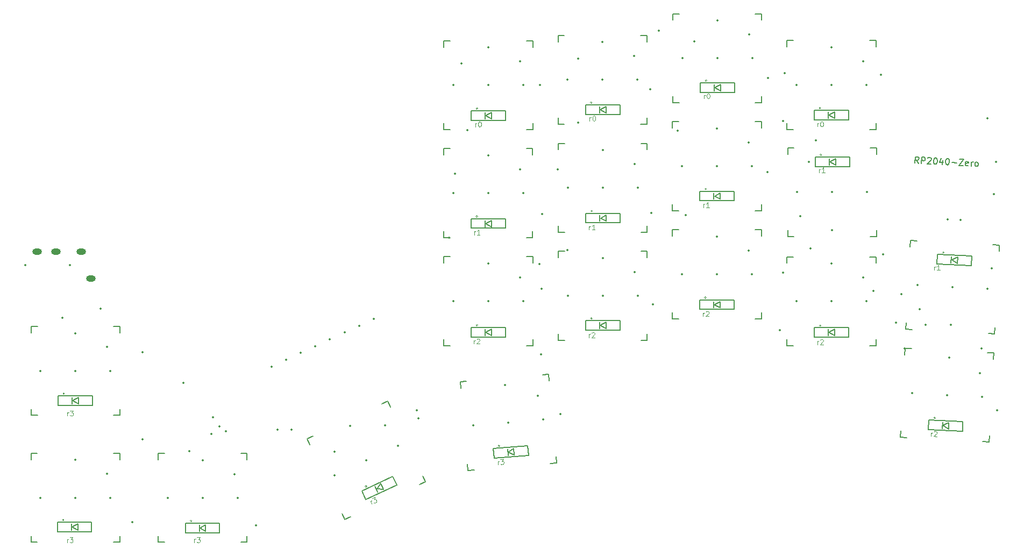
<source format=gbr>
%TF.GenerationSoftware,KiCad,Pcbnew,7.0.7*%
%TF.CreationDate,2024-10-24T22:54:22+09:00*%
%TF.ProjectId,evoroll,65766f72-6f6c-46c2-9e6b-696361645f70,rev?*%
%TF.SameCoordinates,Original*%
%TF.FileFunction,Legend,Top*%
%TF.FilePolarity,Positive*%
%FSLAX46Y46*%
G04 Gerber Fmt 4.6, Leading zero omitted, Abs format (unit mm)*
G04 Created by KiCad (PCBNEW 7.0.7) date 2024-10-24 22:54:22*
%MOMM*%
%LPD*%
G01*
G04 APERTURE LIST*
%ADD10C,0.080000*%
%ADD11C,0.150000*%
%ADD12C,0.100000*%
%ADD13C,0.350000*%
%ADD14O,1.500000X1.000000*%
G04 APERTURE END LIST*
D10*
X105468107Y-75097935D02*
X105468107Y-74564601D01*
X105468107Y-74716982D02*
X105506202Y-74640792D01*
X105506202Y-74640792D02*
X105544297Y-74602697D01*
X105544297Y-74602697D02*
X105620488Y-74564601D01*
X105620488Y-74564601D02*
X105696678Y-74564601D01*
X105925249Y-74374125D02*
X105963345Y-74336030D01*
X105963345Y-74336030D02*
X106039535Y-74297935D01*
X106039535Y-74297935D02*
X106230011Y-74297935D01*
X106230011Y-74297935D02*
X106306202Y-74336030D01*
X106306202Y-74336030D02*
X106344297Y-74374125D01*
X106344297Y-74374125D02*
X106382392Y-74450316D01*
X106382392Y-74450316D02*
X106382392Y-74526506D01*
X106382392Y-74526506D02*
X106344297Y-74640792D01*
X106344297Y-74640792D02*
X105887154Y-75097935D01*
X105887154Y-75097935D02*
X106382392Y-75097935D01*
X123493107Y-54622935D02*
X123493107Y-54089601D01*
X123493107Y-54241982D02*
X123531202Y-54165792D01*
X123531202Y-54165792D02*
X123569297Y-54127697D01*
X123569297Y-54127697D02*
X123645488Y-54089601D01*
X123645488Y-54089601D02*
X123721678Y-54089601D01*
X124407392Y-54622935D02*
X123950249Y-54622935D01*
X124178821Y-54622935D02*
X124178821Y-53822935D01*
X124178821Y-53822935D02*
X124102630Y-53937220D01*
X124102630Y-53937220D02*
X124026440Y-54013411D01*
X124026440Y-54013411D02*
X123950249Y-54051506D01*
X159818107Y-64497935D02*
X159818107Y-63964601D01*
X159818107Y-64116982D02*
X159856202Y-64040792D01*
X159856202Y-64040792D02*
X159894297Y-64002697D01*
X159894297Y-64002697D02*
X159970488Y-63964601D01*
X159970488Y-63964601D02*
X160046678Y-63964601D01*
X160732392Y-64497935D02*
X160275249Y-64497935D01*
X160503821Y-64497935D02*
X160503821Y-63697935D01*
X160503821Y-63697935D02*
X160427630Y-63812220D01*
X160427630Y-63812220D02*
X160351440Y-63888411D01*
X160351440Y-63888411D02*
X160275249Y-63926506D01*
X105593107Y-40972935D02*
X105593107Y-40439601D01*
X105593107Y-40591982D02*
X105631202Y-40515792D01*
X105631202Y-40515792D02*
X105669297Y-40477697D01*
X105669297Y-40477697D02*
X105745488Y-40439601D01*
X105745488Y-40439601D02*
X105821678Y-40439601D01*
X106240726Y-40172935D02*
X106316916Y-40172935D01*
X106316916Y-40172935D02*
X106393107Y-40211030D01*
X106393107Y-40211030D02*
X106431202Y-40249125D01*
X106431202Y-40249125D02*
X106469297Y-40325316D01*
X106469297Y-40325316D02*
X106507392Y-40477697D01*
X106507392Y-40477697D02*
X106507392Y-40668173D01*
X106507392Y-40668173D02*
X106469297Y-40820554D01*
X106469297Y-40820554D02*
X106431202Y-40896744D01*
X106431202Y-40896744D02*
X106393107Y-40934840D01*
X106393107Y-40934840D02*
X106316916Y-40972935D01*
X106316916Y-40972935D02*
X106240726Y-40972935D01*
X106240726Y-40972935D02*
X106164535Y-40934840D01*
X106164535Y-40934840D02*
X106126440Y-40896744D01*
X106126440Y-40896744D02*
X106088345Y-40820554D01*
X106088345Y-40820554D02*
X106050249Y-40668173D01*
X106050249Y-40668173D02*
X106050249Y-40477697D01*
X106050249Y-40477697D02*
X106088345Y-40325316D01*
X106088345Y-40325316D02*
X106126440Y-40249125D01*
X106126440Y-40249125D02*
X106164535Y-40211030D01*
X106164535Y-40211030D02*
X106240726Y-40172935D01*
X23393107Y-87422935D02*
X23393107Y-86889601D01*
X23393107Y-87041982D02*
X23431202Y-86965792D01*
X23431202Y-86965792D02*
X23469297Y-86927697D01*
X23469297Y-86927697D02*
X23545488Y-86889601D01*
X23545488Y-86889601D02*
X23621678Y-86889601D01*
X23812154Y-86622935D02*
X24307392Y-86622935D01*
X24307392Y-86622935D02*
X24040726Y-86927697D01*
X24040726Y-86927697D02*
X24155011Y-86927697D01*
X24155011Y-86927697D02*
X24231202Y-86965792D01*
X24231202Y-86965792D02*
X24269297Y-87003887D01*
X24269297Y-87003887D02*
X24307392Y-87080078D01*
X24307392Y-87080078D02*
X24307392Y-87270554D01*
X24307392Y-87270554D02*
X24269297Y-87346744D01*
X24269297Y-87346744D02*
X24231202Y-87384840D01*
X24231202Y-87384840D02*
X24155011Y-87422935D01*
X24155011Y-87422935D02*
X23926440Y-87422935D01*
X23926440Y-87422935D02*
X23850249Y-87384840D01*
X23850249Y-87384840D02*
X23812154Y-87346744D01*
X141693107Y-49122935D02*
X141693107Y-48589601D01*
X141693107Y-48741982D02*
X141731202Y-48665792D01*
X141731202Y-48665792D02*
X141769297Y-48627697D01*
X141769297Y-48627697D02*
X141845488Y-48589601D01*
X141845488Y-48589601D02*
X141921678Y-48589601D01*
X142607392Y-49122935D02*
X142150249Y-49122935D01*
X142378821Y-49122935D02*
X142378821Y-48322935D01*
X142378821Y-48322935D02*
X142302630Y-48437220D01*
X142302630Y-48437220D02*
X142226440Y-48513411D01*
X142226440Y-48513411D02*
X142150249Y-48551506D01*
X71302195Y-101329756D02*
X71076799Y-100846392D01*
X71141198Y-100984496D02*
X71143524Y-100899344D01*
X71143524Y-100899344D02*
X71161950Y-100848718D01*
X71161950Y-100848718D02*
X71214903Y-100781993D01*
X71214903Y-100781993D02*
X71283955Y-100749793D01*
X71343886Y-100427613D02*
X71792725Y-100218316D01*
X71792725Y-100218316D02*
X71679840Y-100607222D01*
X71679840Y-100607222D02*
X71783418Y-100558923D01*
X71783418Y-100558923D02*
X71868570Y-100561249D01*
X71868570Y-100561249D02*
X71919196Y-100579676D01*
X71919196Y-100579676D02*
X71985921Y-100632628D01*
X71985921Y-100632628D02*
X72066420Y-100805258D01*
X72066420Y-100805258D02*
X72064094Y-100890410D01*
X72064094Y-100890410D02*
X72045667Y-100941036D01*
X72045667Y-100941036D02*
X71992715Y-101007761D01*
X71992715Y-101007761D02*
X71785559Y-101104360D01*
X71785559Y-101104360D02*
X71700407Y-101102033D01*
X71700407Y-101102033D02*
X71649782Y-101083607D01*
X91183286Y-95127135D02*
X91136803Y-94595831D01*
X91150084Y-94747632D02*
X91181394Y-94668411D01*
X91181394Y-94668411D02*
X91216024Y-94627141D01*
X91216024Y-94627141D02*
X91288604Y-94582550D01*
X91288604Y-94582550D02*
X91364505Y-94575910D01*
X91531014Y-94293657D02*
X92024368Y-94250494D01*
X92024368Y-94250494D02*
X91785278Y-94577338D01*
X91785278Y-94577338D02*
X91899129Y-94567377D01*
X91899129Y-94567377D02*
X91978349Y-94598687D01*
X91978349Y-94598687D02*
X92019620Y-94633317D01*
X92019620Y-94633317D02*
X92064211Y-94705897D01*
X92064211Y-94705897D02*
X92080812Y-94895649D01*
X92080812Y-94895649D02*
X92049502Y-94974869D01*
X92049502Y-94974869D02*
X92014872Y-95016140D01*
X92014872Y-95016140D02*
X91942291Y-95060731D01*
X91942291Y-95060731D02*
X91714590Y-95080652D01*
X91714590Y-95080652D02*
X91635369Y-95049342D01*
X91635369Y-95049342D02*
X91594099Y-95014712D01*
X87368107Y-76097935D02*
X87368107Y-75564601D01*
X87368107Y-75716982D02*
X87406202Y-75640792D01*
X87406202Y-75640792D02*
X87444297Y-75602697D01*
X87444297Y-75602697D02*
X87520488Y-75564601D01*
X87520488Y-75564601D02*
X87596678Y-75564601D01*
X87825249Y-75374125D02*
X87863345Y-75336030D01*
X87863345Y-75336030D02*
X87939535Y-75297935D01*
X87939535Y-75297935D02*
X88130011Y-75297935D01*
X88130011Y-75297935D02*
X88206202Y-75336030D01*
X88206202Y-75336030D02*
X88244297Y-75374125D01*
X88244297Y-75374125D02*
X88282392Y-75450316D01*
X88282392Y-75450316D02*
X88282392Y-75526506D01*
X88282392Y-75526506D02*
X88244297Y-75640792D01*
X88244297Y-75640792D02*
X87787154Y-76097935D01*
X87787154Y-76097935D02*
X88282392Y-76097935D01*
X123593107Y-37472935D02*
X123593107Y-36939601D01*
X123593107Y-37091982D02*
X123631202Y-37015792D01*
X123631202Y-37015792D02*
X123669297Y-36977697D01*
X123669297Y-36977697D02*
X123745488Y-36939601D01*
X123745488Y-36939601D02*
X123821678Y-36939601D01*
X124240726Y-36672935D02*
X124316916Y-36672935D01*
X124316916Y-36672935D02*
X124393107Y-36711030D01*
X124393107Y-36711030D02*
X124431202Y-36749125D01*
X124431202Y-36749125D02*
X124469297Y-36825316D01*
X124469297Y-36825316D02*
X124507392Y-36977697D01*
X124507392Y-36977697D02*
X124507392Y-37168173D01*
X124507392Y-37168173D02*
X124469297Y-37320554D01*
X124469297Y-37320554D02*
X124431202Y-37396744D01*
X124431202Y-37396744D02*
X124393107Y-37434840D01*
X124393107Y-37434840D02*
X124316916Y-37472935D01*
X124316916Y-37472935D02*
X124240726Y-37472935D01*
X124240726Y-37472935D02*
X124164535Y-37434840D01*
X124164535Y-37434840D02*
X124126440Y-37396744D01*
X124126440Y-37396744D02*
X124088345Y-37320554D01*
X124088345Y-37320554D02*
X124050249Y-37168173D01*
X124050249Y-37168173D02*
X124050249Y-36977697D01*
X124050249Y-36977697D02*
X124088345Y-36825316D01*
X124088345Y-36825316D02*
X124126440Y-36749125D01*
X124126440Y-36749125D02*
X124164535Y-36711030D01*
X124164535Y-36711030D02*
X124240726Y-36672935D01*
X159323115Y-90635798D02*
X159351028Y-90103195D01*
X159343053Y-90255368D02*
X159385083Y-90181275D01*
X159385083Y-90181275D02*
X159425120Y-90145226D01*
X159425120Y-90145226D02*
X159503200Y-90111170D01*
X159503200Y-90111170D02*
X159579286Y-90115158D01*
X159817513Y-89936905D02*
X159857549Y-89900856D01*
X159857549Y-89900856D02*
X159935629Y-89866800D01*
X159935629Y-89866800D02*
X160125844Y-89876769D01*
X160125844Y-89876769D02*
X160199937Y-89918800D01*
X160199937Y-89918800D02*
X160235986Y-89958837D01*
X160235986Y-89958837D02*
X160270042Y-90036916D01*
X160270042Y-90036916D02*
X160266054Y-90113002D01*
X160266054Y-90113002D02*
X160222030Y-90225138D01*
X160222030Y-90225138D02*
X159741588Y-90657729D01*
X159741588Y-90657729D02*
X160236148Y-90683648D01*
X141443107Y-76197935D02*
X141443107Y-75664601D01*
X141443107Y-75816982D02*
X141481202Y-75740792D01*
X141481202Y-75740792D02*
X141519297Y-75702697D01*
X141519297Y-75702697D02*
X141595488Y-75664601D01*
X141595488Y-75664601D02*
X141671678Y-75664601D01*
X141900249Y-75474125D02*
X141938345Y-75436030D01*
X141938345Y-75436030D02*
X142014535Y-75397935D01*
X142014535Y-75397935D02*
X142205011Y-75397935D01*
X142205011Y-75397935D02*
X142281202Y-75436030D01*
X142281202Y-75436030D02*
X142319297Y-75474125D01*
X142319297Y-75474125D02*
X142357392Y-75550316D01*
X142357392Y-75550316D02*
X142357392Y-75626506D01*
X142357392Y-75626506D02*
X142319297Y-75740792D01*
X142319297Y-75740792D02*
X141862154Y-76197935D01*
X141862154Y-76197935D02*
X142357392Y-76197935D01*
X23318107Y-107372935D02*
X23318107Y-106839601D01*
X23318107Y-106991982D02*
X23356202Y-106915792D01*
X23356202Y-106915792D02*
X23394297Y-106877697D01*
X23394297Y-106877697D02*
X23470488Y-106839601D01*
X23470488Y-106839601D02*
X23546678Y-106839601D01*
X23737154Y-106572935D02*
X24232392Y-106572935D01*
X24232392Y-106572935D02*
X23965726Y-106877697D01*
X23965726Y-106877697D02*
X24080011Y-106877697D01*
X24080011Y-106877697D02*
X24156202Y-106915792D01*
X24156202Y-106915792D02*
X24194297Y-106953887D01*
X24194297Y-106953887D02*
X24232392Y-107030078D01*
X24232392Y-107030078D02*
X24232392Y-107220554D01*
X24232392Y-107220554D02*
X24194297Y-107296744D01*
X24194297Y-107296744D02*
X24156202Y-107334840D01*
X24156202Y-107334840D02*
X24080011Y-107372935D01*
X24080011Y-107372935D02*
X23851440Y-107372935D01*
X23851440Y-107372935D02*
X23775249Y-107334840D01*
X23775249Y-107334840D02*
X23737154Y-107296744D01*
X141443107Y-41897935D02*
X141443107Y-41364601D01*
X141443107Y-41516982D02*
X141481202Y-41440792D01*
X141481202Y-41440792D02*
X141519297Y-41402697D01*
X141519297Y-41402697D02*
X141595488Y-41364601D01*
X141595488Y-41364601D02*
X141671678Y-41364601D01*
X142090726Y-41097935D02*
X142166916Y-41097935D01*
X142166916Y-41097935D02*
X142243107Y-41136030D01*
X142243107Y-41136030D02*
X142281202Y-41174125D01*
X142281202Y-41174125D02*
X142319297Y-41250316D01*
X142319297Y-41250316D02*
X142357392Y-41402697D01*
X142357392Y-41402697D02*
X142357392Y-41593173D01*
X142357392Y-41593173D02*
X142319297Y-41745554D01*
X142319297Y-41745554D02*
X142281202Y-41821744D01*
X142281202Y-41821744D02*
X142243107Y-41859840D01*
X142243107Y-41859840D02*
X142166916Y-41897935D01*
X142166916Y-41897935D02*
X142090726Y-41897935D01*
X142090726Y-41897935D02*
X142014535Y-41859840D01*
X142014535Y-41859840D02*
X141976440Y-41821744D01*
X141976440Y-41821744D02*
X141938345Y-41745554D01*
X141938345Y-41745554D02*
X141900249Y-41593173D01*
X141900249Y-41593173D02*
X141900249Y-41402697D01*
X141900249Y-41402697D02*
X141938345Y-41250316D01*
X141938345Y-41250316D02*
X141976440Y-41174125D01*
X141976440Y-41174125D02*
X142014535Y-41136030D01*
X142014535Y-41136030D02*
X142090726Y-41097935D01*
X123468107Y-71772935D02*
X123468107Y-71239601D01*
X123468107Y-71391982D02*
X123506202Y-71315792D01*
X123506202Y-71315792D02*
X123544297Y-71277697D01*
X123544297Y-71277697D02*
X123620488Y-71239601D01*
X123620488Y-71239601D02*
X123696678Y-71239601D01*
X123925249Y-71049125D02*
X123963345Y-71011030D01*
X123963345Y-71011030D02*
X124039535Y-70972935D01*
X124039535Y-70972935D02*
X124230011Y-70972935D01*
X124230011Y-70972935D02*
X124306202Y-71011030D01*
X124306202Y-71011030D02*
X124344297Y-71049125D01*
X124344297Y-71049125D02*
X124382392Y-71125316D01*
X124382392Y-71125316D02*
X124382392Y-71201506D01*
X124382392Y-71201506D02*
X124344297Y-71315792D01*
X124344297Y-71315792D02*
X123887154Y-71772935D01*
X123887154Y-71772935D02*
X124382392Y-71772935D01*
X105518107Y-58122935D02*
X105518107Y-57589601D01*
X105518107Y-57741982D02*
X105556202Y-57665792D01*
X105556202Y-57665792D02*
X105594297Y-57627697D01*
X105594297Y-57627697D02*
X105670488Y-57589601D01*
X105670488Y-57589601D02*
X105746678Y-57589601D01*
X106432392Y-58122935D02*
X105975249Y-58122935D01*
X106203821Y-58122935D02*
X106203821Y-57322935D01*
X106203821Y-57322935D02*
X106127630Y-57437220D01*
X106127630Y-57437220D02*
X106051440Y-57513411D01*
X106051440Y-57513411D02*
X105975249Y-57551506D01*
X43343107Y-107347935D02*
X43343107Y-106814601D01*
X43343107Y-106966982D02*
X43381202Y-106890792D01*
X43381202Y-106890792D02*
X43419297Y-106852697D01*
X43419297Y-106852697D02*
X43495488Y-106814601D01*
X43495488Y-106814601D02*
X43571678Y-106814601D01*
X43762154Y-106547935D02*
X44257392Y-106547935D01*
X44257392Y-106547935D02*
X43990726Y-106852697D01*
X43990726Y-106852697D02*
X44105011Y-106852697D01*
X44105011Y-106852697D02*
X44181202Y-106890792D01*
X44181202Y-106890792D02*
X44219297Y-106928887D01*
X44219297Y-106928887D02*
X44257392Y-107005078D01*
X44257392Y-107005078D02*
X44257392Y-107195554D01*
X44257392Y-107195554D02*
X44219297Y-107271744D01*
X44219297Y-107271744D02*
X44181202Y-107309840D01*
X44181202Y-107309840D02*
X44105011Y-107347935D01*
X44105011Y-107347935D02*
X43876440Y-107347935D01*
X43876440Y-107347935D02*
X43800249Y-107309840D01*
X43800249Y-107309840D02*
X43762154Y-107271744D01*
X87593107Y-41922935D02*
X87593107Y-41389601D01*
X87593107Y-41541982D02*
X87631202Y-41465792D01*
X87631202Y-41465792D02*
X87669297Y-41427697D01*
X87669297Y-41427697D02*
X87745488Y-41389601D01*
X87745488Y-41389601D02*
X87821678Y-41389601D01*
X88240726Y-41122935D02*
X88316916Y-41122935D01*
X88316916Y-41122935D02*
X88393107Y-41161030D01*
X88393107Y-41161030D02*
X88431202Y-41199125D01*
X88431202Y-41199125D02*
X88469297Y-41275316D01*
X88469297Y-41275316D02*
X88507392Y-41427697D01*
X88507392Y-41427697D02*
X88507392Y-41618173D01*
X88507392Y-41618173D02*
X88469297Y-41770554D01*
X88469297Y-41770554D02*
X88431202Y-41846744D01*
X88431202Y-41846744D02*
X88393107Y-41884840D01*
X88393107Y-41884840D02*
X88316916Y-41922935D01*
X88316916Y-41922935D02*
X88240726Y-41922935D01*
X88240726Y-41922935D02*
X88164535Y-41884840D01*
X88164535Y-41884840D02*
X88126440Y-41846744D01*
X88126440Y-41846744D02*
X88088345Y-41770554D01*
X88088345Y-41770554D02*
X88050249Y-41618173D01*
X88050249Y-41618173D02*
X88050249Y-41427697D01*
X88050249Y-41427697D02*
X88088345Y-41275316D01*
X88088345Y-41275316D02*
X88126440Y-41199125D01*
X88126440Y-41199125D02*
X88164535Y-41161030D01*
X88164535Y-41161030D02*
X88240726Y-41122935D01*
X87418107Y-58922935D02*
X87418107Y-58389601D01*
X87418107Y-58541982D02*
X87456202Y-58465792D01*
X87456202Y-58465792D02*
X87494297Y-58427697D01*
X87494297Y-58427697D02*
X87570488Y-58389601D01*
X87570488Y-58389601D02*
X87646678Y-58389601D01*
X88332392Y-58922935D02*
X87875249Y-58922935D01*
X88103821Y-58922935D02*
X88103821Y-58122935D01*
X88103821Y-58122935D02*
X88027630Y-58237220D01*
X88027630Y-58237220D02*
X87951440Y-58313411D01*
X87951440Y-58313411D02*
X87875249Y-58351506D01*
D11*
X157383269Y-47672911D02*
X157075314Y-47179928D01*
X156812623Y-47643005D02*
X156864959Y-46644375D01*
X156864959Y-46644375D02*
X157245390Y-46664313D01*
X157245390Y-46664313D02*
X157338005Y-46716851D01*
X157338005Y-46716851D02*
X157383067Y-46766897D01*
X157383067Y-46766897D02*
X157425636Y-46864497D01*
X157425636Y-46864497D02*
X157418159Y-47007158D01*
X157418159Y-47007158D02*
X157365621Y-47099773D01*
X157365621Y-47099773D02*
X157315575Y-47144835D01*
X157315575Y-47144835D02*
X157217976Y-47187404D01*
X157217976Y-47187404D02*
X156837545Y-47167467D01*
X157811253Y-47695341D02*
X157863589Y-46696711D01*
X157863589Y-46696711D02*
X158244019Y-46716649D01*
X158244019Y-46716649D02*
X158336635Y-46769187D01*
X158336635Y-46769187D02*
X158381696Y-46819233D01*
X158381696Y-46819233D02*
X158424266Y-46916832D01*
X158424266Y-46916832D02*
X158416789Y-47059494D01*
X158416789Y-47059494D02*
X158364251Y-47152109D01*
X158364251Y-47152109D02*
X158314205Y-47197171D01*
X158314205Y-47197171D02*
X158216605Y-47239740D01*
X158216605Y-47239740D02*
X157836175Y-47219803D01*
X158809680Y-46841662D02*
X158859726Y-46796601D01*
X158859726Y-46796601D02*
X158957326Y-46754031D01*
X158957326Y-46754031D02*
X159195095Y-46766492D01*
X159195095Y-46766492D02*
X159287710Y-46819031D01*
X159287710Y-46819031D02*
X159332772Y-46869076D01*
X159332772Y-46869076D02*
X159375341Y-46966676D01*
X159375341Y-46966676D02*
X159370357Y-47061784D01*
X159370357Y-47061784D02*
X159315327Y-47201953D01*
X159315327Y-47201953D02*
X158714775Y-47742692D01*
X158714775Y-47742692D02*
X159332974Y-47775091D01*
X160003509Y-46808860D02*
X160098617Y-46813844D01*
X160098617Y-46813844D02*
X160191232Y-46866382D01*
X160191232Y-46866382D02*
X160236294Y-46916428D01*
X160236294Y-46916428D02*
X160278863Y-47014028D01*
X160278863Y-47014028D02*
X160316448Y-47206735D01*
X160316448Y-47206735D02*
X160303987Y-47444504D01*
X160303987Y-47444504D02*
X160246465Y-47632227D01*
X160246465Y-47632227D02*
X160193927Y-47724842D01*
X160193927Y-47724842D02*
X160143881Y-47769904D01*
X160143881Y-47769904D02*
X160046281Y-47812473D01*
X160046281Y-47812473D02*
X159951173Y-47807489D01*
X159951173Y-47807489D02*
X159858558Y-47754951D01*
X159858558Y-47754951D02*
X159813496Y-47704905D01*
X159813496Y-47704905D02*
X159770927Y-47607305D01*
X159770927Y-47607305D02*
X159733342Y-47414598D01*
X159733342Y-47414598D02*
X159745803Y-47176829D01*
X159745803Y-47176829D02*
X159803325Y-46989106D01*
X159803325Y-46989106D02*
X159855864Y-46896491D01*
X159855864Y-46896491D02*
X159905910Y-46851429D01*
X159905910Y-46851429D02*
X160003509Y-46808860D01*
X161174909Y-47204041D02*
X161140018Y-47869794D01*
X160957077Y-46811150D02*
X160681926Y-47511995D01*
X160681926Y-47511995D02*
X161300125Y-47544394D01*
X161905661Y-46908547D02*
X162000769Y-46913531D01*
X162000769Y-46913531D02*
X162093384Y-46966070D01*
X162093384Y-46966070D02*
X162138446Y-47016116D01*
X162138446Y-47016116D02*
X162181015Y-47113715D01*
X162181015Y-47113715D02*
X162218600Y-47306423D01*
X162218600Y-47306423D02*
X162206139Y-47544192D01*
X162206139Y-47544192D02*
X162148616Y-47731915D01*
X162148616Y-47731915D02*
X162096078Y-47824530D01*
X162096078Y-47824530D02*
X162046032Y-47869592D01*
X162046032Y-47869592D02*
X161948433Y-47912161D01*
X161948433Y-47912161D02*
X161853325Y-47907177D01*
X161853325Y-47907177D02*
X161760710Y-47854638D01*
X161760710Y-47854638D02*
X161715648Y-47804592D01*
X161715648Y-47804592D02*
X161673079Y-47706993D01*
X161673079Y-47706993D02*
X161635494Y-47514285D01*
X161635494Y-47514285D02*
X161647955Y-47276516D01*
X161647955Y-47276516D02*
X161705477Y-47088793D01*
X161705477Y-47088793D02*
X161758015Y-46996178D01*
X161758015Y-46996178D02*
X161808061Y-46951117D01*
X161808061Y-46951117D02*
X161905661Y-46908547D01*
X162634123Y-47566621D02*
X163394984Y-47606496D01*
X163807812Y-47008235D02*
X164473565Y-47043125D01*
X164473565Y-47043125D02*
X163755476Y-48006864D01*
X163755476Y-48006864D02*
X164421229Y-48041755D01*
X165184582Y-48034076D02*
X165086982Y-48076645D01*
X165086982Y-48076645D02*
X164896767Y-48066677D01*
X164896767Y-48066677D02*
X164804152Y-48014139D01*
X164804152Y-48014139D02*
X164761582Y-47916539D01*
X164761582Y-47916539D02*
X164781520Y-47536108D01*
X164781520Y-47536108D02*
X164834058Y-47443493D01*
X164834058Y-47443493D02*
X164931658Y-47400924D01*
X164931658Y-47400924D02*
X165121873Y-47410892D01*
X165121873Y-47410892D02*
X165214488Y-47463431D01*
X165214488Y-47463431D02*
X165257058Y-47561030D01*
X165257058Y-47561030D02*
X165252073Y-47656138D01*
X165252073Y-47656138D02*
X164771551Y-47726324D01*
X165657628Y-48106552D02*
X165692519Y-47440799D01*
X165682550Y-47631014D02*
X165735088Y-47538398D01*
X165735088Y-47538398D02*
X165785134Y-47493337D01*
X165785134Y-47493337D02*
X165882734Y-47450767D01*
X165882734Y-47450767D02*
X165977841Y-47455752D01*
X166418489Y-48146427D02*
X166325874Y-48093889D01*
X166325874Y-48093889D02*
X166280812Y-48043843D01*
X166280812Y-48043843D02*
X166238243Y-47946243D01*
X166238243Y-47946243D02*
X166253196Y-47660920D01*
X166253196Y-47660920D02*
X166305734Y-47568305D01*
X166305734Y-47568305D02*
X166355780Y-47523243D01*
X166355780Y-47523243D02*
X166453380Y-47480674D01*
X166453380Y-47480674D02*
X166596041Y-47488150D01*
X166596041Y-47488150D02*
X166688656Y-47540688D01*
X166688656Y-47540688D02*
X166733718Y-47590734D01*
X166733718Y-47590734D02*
X166776287Y-47688334D01*
X166776287Y-47688334D02*
X166761334Y-47973657D01*
X166761334Y-47973657D02*
X166708796Y-48066272D01*
X166708796Y-48066272D02*
X166658750Y-48111334D01*
X166658750Y-48111334D02*
X166561150Y-48153903D01*
X166561150Y-48153903D02*
X166418489Y-48146427D01*
%TO.C,D10*%
X86950000Y-73525000D02*
X86950000Y-75025000D01*
X86950000Y-75025000D02*
X92350000Y-75025000D01*
X89150000Y-73775000D02*
X89150000Y-74775000D01*
X89250000Y-74275000D02*
X90150000Y-73775000D01*
X90150000Y-73775000D02*
X90150000Y-74775000D01*
X90150000Y-74775000D02*
X89250000Y-74275000D01*
X92350000Y-73525000D02*
X86950000Y-73525000D01*
X92350000Y-73525000D02*
X92350000Y-75025000D01*
D12*
X87900000Y-73175000D02*
G75*
G03*
X87900000Y-73175000I-50000J0D01*
G01*
X87991421Y-73175000D02*
G75*
G03*
X87991421Y-73175000I-141421J0D01*
G01*
D11*
%TO.C,SW15*%
X31654000Y-86362000D02*
X31654000Y-87362000D01*
X31654000Y-73362000D02*
X31654000Y-74362000D01*
X31654000Y-73362000D02*
X30654000Y-73362000D01*
X30654000Y-87362000D02*
X31654000Y-87362000D01*
X18654000Y-73362000D02*
X17654000Y-73362000D01*
X17654000Y-87362000D02*
X18654000Y-87362000D01*
X17654000Y-87362000D02*
X17654000Y-86362000D01*
X17654000Y-74362000D02*
X17654000Y-73362000D01*
X17654000Y-73362000D02*
X18654000Y-73362000D01*
%TO.C,SW1*%
X96650000Y-41375000D02*
X96650000Y-42375000D01*
X96650000Y-28375000D02*
X96650000Y-29375000D01*
X96650000Y-28375000D02*
X95650000Y-28375000D01*
X95650000Y-42375000D02*
X96650000Y-42375000D01*
X83650000Y-28375000D02*
X82650000Y-28375000D01*
X82650000Y-42375000D02*
X83650000Y-42375000D01*
X82650000Y-42375000D02*
X82650000Y-41375000D01*
X82650000Y-29375000D02*
X82650000Y-28375000D01*
X82650000Y-28375000D02*
X83650000Y-28375000D01*
%TO.C,D1*%
X86950000Y-39400000D02*
X86950000Y-40900000D01*
X86950000Y-40900000D02*
X92350000Y-40900000D01*
X89150000Y-39650000D02*
X89150000Y-40650000D01*
X89250000Y-40150000D02*
X90150000Y-39650000D01*
X90150000Y-39650000D02*
X90150000Y-40650000D01*
X90150000Y-40650000D02*
X89250000Y-40150000D01*
X92350000Y-39400000D02*
X86950000Y-39400000D01*
X92350000Y-39400000D02*
X92350000Y-40900000D01*
D12*
X87900000Y-39050000D02*
G75*
G03*
X87900000Y-39050000I-50000J0D01*
G01*
X87991421Y-39050000D02*
G75*
G03*
X87991421Y-39050000I-141421J0D01*
G01*
D11*
%TO.C,D6*%
X105000000Y-55550000D02*
X105000000Y-57050000D01*
X105000000Y-57050000D02*
X110400000Y-57050000D01*
X107200000Y-55800000D02*
X107200000Y-56800000D01*
X107300000Y-56300000D02*
X108200000Y-55800000D01*
X108200000Y-55800000D02*
X108200000Y-56800000D01*
X108200000Y-56800000D02*
X107300000Y-56300000D01*
X110400000Y-55550000D02*
X105000000Y-55550000D01*
X110400000Y-55550000D02*
X110400000Y-57050000D01*
D12*
X105950000Y-55200000D02*
G75*
G03*
X105950000Y-55200000I-50000J0D01*
G01*
X106041421Y-55200000D02*
G75*
G03*
X106041421Y-55200000I-141421J0D01*
G01*
D11*
%TO.C,SW12*%
X132625000Y-71125000D02*
X132625000Y-72125000D01*
X132625000Y-58125000D02*
X132625000Y-59125000D01*
X132625000Y-58125000D02*
X131625000Y-58125000D01*
X131625000Y-72125000D02*
X132625000Y-72125000D01*
X119625000Y-58125000D02*
X118625000Y-58125000D01*
X118625000Y-72125000D02*
X119625000Y-72125000D01*
X118625000Y-72125000D02*
X118625000Y-71125000D01*
X118625000Y-59125000D02*
X118625000Y-58125000D01*
X118625000Y-58125000D02*
X119625000Y-58125000D01*
%TO.C,SW19*%
X100289874Y-93844436D02*
X100377030Y-94840631D01*
X99156850Y-80893905D02*
X99244005Y-81890100D01*
X99156850Y-80893905D02*
X98160655Y-80981061D01*
X99380835Y-94927786D02*
X100377030Y-94840631D01*
X86206319Y-82026930D02*
X85210124Y-82114085D01*
X86430304Y-96060811D02*
X87426499Y-95973655D01*
X86430304Y-96060811D02*
X86343149Y-95064616D01*
X85297280Y-83110280D02*
X85210124Y-82114085D01*
X85210124Y-82114085D02*
X86206319Y-82026930D01*
%TO.C,SW16*%
X31646200Y-106339800D02*
X31646200Y-107339800D01*
X31646200Y-93339800D02*
X31646200Y-94339800D01*
X31646200Y-93339800D02*
X30646200Y-93339800D01*
X30646200Y-107339800D02*
X31646200Y-107339800D01*
X18646200Y-93339800D02*
X17646200Y-93339800D01*
X17646200Y-107339800D02*
X18646200Y-107339800D01*
X17646200Y-107339800D02*
X17646200Y-106339800D01*
X17646200Y-94339800D02*
X17646200Y-93339800D01*
X17646200Y-93339800D02*
X18646200Y-93339800D01*
%TO.C,SW3*%
X132675000Y-37125000D02*
X132675000Y-38125000D01*
X132675000Y-24125000D02*
X132675000Y-25125000D01*
X132675000Y-24125000D02*
X131675000Y-24125000D01*
X131675000Y-38125000D02*
X132675000Y-38125000D01*
X119675000Y-24125000D02*
X118675000Y-24125000D01*
X118675000Y-38125000D02*
X119675000Y-38125000D01*
X118675000Y-38125000D02*
X118675000Y-37125000D01*
X118675000Y-25125000D02*
X118675000Y-24125000D01*
X118675000Y-24125000D02*
X119675000Y-24125000D01*
%TO.C,SW10*%
X96650000Y-75375000D02*
X96650000Y-76375000D01*
X96650000Y-62375000D02*
X96650000Y-63375000D01*
X96650000Y-62375000D02*
X95650000Y-62375000D01*
X95650000Y-76375000D02*
X96650000Y-76375000D01*
X83650000Y-62375000D02*
X82650000Y-62375000D01*
X82650000Y-76375000D02*
X83650000Y-76375000D01*
X82650000Y-76375000D02*
X82650000Y-75375000D01*
X82650000Y-63375000D02*
X82650000Y-62375000D01*
X82650000Y-62375000D02*
X83650000Y-62375000D01*
%TO.C,D19*%
X90444908Y-92613174D02*
X90575641Y-94107467D01*
X90575641Y-94107467D02*
X95955092Y-93636826D01*
X92658325Y-92670481D02*
X92745481Y-93666675D01*
X92801522Y-93159862D02*
X93654519Y-92583325D01*
X93654519Y-92583325D02*
X93741675Y-93579519D01*
X93741675Y-93579519D02*
X92801522Y-93159862D01*
X95824359Y-92142533D02*
X90444908Y-92613174D01*
X95824359Y-92142533D02*
X95955092Y-93636826D01*
D12*
X91360978Y-92186066D02*
G75*
G03*
X91360978Y-92186066I-50000J0D01*
G01*
X91452399Y-92186066D02*
G75*
G03*
X91452399Y-92186066I-141421J0D01*
G01*
D11*
%TO.C,D12*%
X122900000Y-69175000D02*
X122900000Y-70675000D01*
X122900000Y-70675000D02*
X128300000Y-70675000D01*
X125100000Y-69425000D02*
X125100000Y-70425000D01*
X125200000Y-69925000D02*
X126100000Y-69425000D01*
X126100000Y-69425000D02*
X126100000Y-70425000D01*
X126100000Y-70425000D02*
X125200000Y-69925000D01*
X128300000Y-69175000D02*
X122900000Y-69175000D01*
X128300000Y-69175000D02*
X128300000Y-70675000D01*
D12*
X123850000Y-68825000D02*
G75*
G03*
X123850000Y-68825000I-50000J0D01*
G01*
X123941421Y-68825000D02*
G75*
G03*
X123941421Y-68825000I-141421J0D01*
G01*
D11*
%TO.C,D16*%
X21803200Y-104192800D02*
X21803200Y-105692800D01*
X21803200Y-105692800D02*
X27203200Y-105692800D01*
X24003200Y-104442800D02*
X24003200Y-105442800D01*
X24103200Y-104942800D02*
X25003200Y-104442800D01*
X25003200Y-104442800D02*
X25003200Y-105442800D01*
X25003200Y-105442800D02*
X24103200Y-104942800D01*
X27203200Y-104192800D02*
X21803200Y-104192800D01*
X27203200Y-104192800D02*
X27203200Y-105692800D01*
D12*
X22753200Y-103842800D02*
G75*
G03*
X22753200Y-103842800I-50000J0D01*
G01*
X22844621Y-103842800D02*
G75*
G03*
X22844621Y-103842800I-141421J0D01*
G01*
D11*
%TO.C,SW6*%
X114650000Y-57525000D02*
X114650000Y-58525000D01*
X114650000Y-44525000D02*
X114650000Y-45525000D01*
X114650000Y-44525000D02*
X113650000Y-44525000D01*
X113650000Y-58525000D02*
X114650000Y-58525000D01*
X101650000Y-44525000D02*
X100650000Y-44525000D01*
X100650000Y-58525000D02*
X101650000Y-58525000D01*
X100650000Y-58525000D02*
X100650000Y-57525000D01*
X100650000Y-45525000D02*
X100650000Y-44525000D01*
X100650000Y-44525000D02*
X101650000Y-44525000D01*
%TO.C,SW2*%
X114625000Y-40525000D02*
X114625000Y-41525000D01*
X114625000Y-27525000D02*
X114625000Y-28525000D01*
X114625000Y-27525000D02*
X113625000Y-27525000D01*
X113625000Y-41525000D02*
X114625000Y-41525000D01*
X101625000Y-27525000D02*
X100625000Y-27525000D01*
X100625000Y-41525000D02*
X101625000Y-41525000D01*
X100625000Y-41525000D02*
X100625000Y-40525000D01*
X100625000Y-28525000D02*
X100625000Y-27525000D01*
X100625000Y-27525000D02*
X101625000Y-27525000D01*
%TO.C,D5*%
X86925000Y-56400000D02*
X86925000Y-57900000D01*
X86925000Y-57900000D02*
X92325000Y-57900000D01*
X89125000Y-56650000D02*
X89125000Y-57650000D01*
X89225000Y-57150000D02*
X90125000Y-56650000D01*
X90125000Y-56650000D02*
X90125000Y-57650000D01*
X90125000Y-57650000D02*
X89225000Y-57150000D01*
X92325000Y-56400000D02*
X86925000Y-56400000D01*
X92325000Y-56400000D02*
X92325000Y-57900000D01*
D12*
X87875000Y-56050000D02*
G75*
G03*
X87875000Y-56050000I-50000J0D01*
G01*
X87966421Y-56050000D02*
G75*
G03*
X87966421Y-56050000I-141421J0D01*
G01*
D11*
%TO.C,SW13*%
X150650000Y-75400000D02*
X150650000Y-76400000D01*
X150650000Y-62400000D02*
X150650000Y-63400000D01*
X150650000Y-62400000D02*
X149650000Y-62400000D01*
X149650000Y-76400000D02*
X150650000Y-76400000D01*
X137650000Y-62400000D02*
X136650000Y-62400000D01*
X136650000Y-76400000D02*
X137650000Y-76400000D01*
X136650000Y-76400000D02*
X136650000Y-75400000D01*
X136650000Y-63400000D02*
X136650000Y-62400000D01*
X136650000Y-62400000D02*
X137650000Y-62400000D01*
%TO.C,D7*%
X122950000Y-52075000D02*
X122950000Y-53575000D01*
X122950000Y-53575000D02*
X128350000Y-53575000D01*
X125150000Y-52325000D02*
X125150000Y-53325000D01*
X125250000Y-52825000D02*
X126150000Y-52325000D01*
X126150000Y-52325000D02*
X126150000Y-53325000D01*
X126150000Y-53325000D02*
X125250000Y-52825000D01*
X128350000Y-52075000D02*
X122950000Y-52075000D01*
X128350000Y-52075000D02*
X128350000Y-53575000D01*
D12*
X123900000Y-51725000D02*
G75*
G03*
X123900000Y-51725000I-50000J0D01*
G01*
X123991421Y-51725000D02*
G75*
G03*
X123991421Y-51725000I-141421J0D01*
G01*
D11*
%TO.C,SW9*%
X156057722Y-60805117D02*
X156110058Y-59806488D01*
X155377355Y-73787301D02*
X155429691Y-72788672D01*
X155377355Y-73787301D02*
X156375984Y-73839637D01*
X157108687Y-59858824D02*
X156110058Y-59806488D01*
X168359539Y-74467668D02*
X169358168Y-74520004D01*
X170090871Y-60539191D02*
X169092242Y-60486855D01*
X170090871Y-60539191D02*
X170038535Y-61537820D01*
X169410504Y-73521375D02*
X169358168Y-74520004D01*
X169358168Y-74520004D02*
X168359539Y-74467668D01*
%TO.C,D9*%
X160342952Y-62009721D02*
X160264448Y-63507665D01*
X160264448Y-63507665D02*
X165657048Y-63790279D01*
X162526853Y-62374517D02*
X162474517Y-63373147D01*
X162600548Y-62879066D02*
X163525483Y-62426853D01*
X163525483Y-62426853D02*
X163473147Y-63425483D01*
X163473147Y-63425483D02*
X162600548Y-62879066D01*
X165735552Y-62292335D02*
X160342952Y-62009721D01*
X165735552Y-62292335D02*
X165657048Y-63790279D01*
D12*
X161310035Y-61707303D02*
G75*
G03*
X161310035Y-61707303I-49999J0D01*
G01*
X161401457Y-61707303D02*
G75*
G03*
X161401457Y-61707303I-141421J0D01*
G01*
D11*
%TO.C,SW5*%
X96625000Y-58350000D02*
X96625000Y-59350000D01*
X96625000Y-45350000D02*
X96625000Y-46350000D01*
X96625000Y-45350000D02*
X95625000Y-45350000D01*
X95625000Y-59350000D02*
X96625000Y-59350000D01*
X83625000Y-45350000D02*
X82625000Y-45350000D01*
X82625000Y-59350000D02*
X83625000Y-59350000D01*
X82625000Y-59350000D02*
X82625000Y-58350000D01*
X82625000Y-46350000D02*
X82625000Y-45350000D01*
X82625000Y-45350000D02*
X83625000Y-45350000D01*
%TO.C,D8*%
X141100000Y-46666790D02*
X141100000Y-48166790D01*
X141100000Y-48166790D02*
X146500000Y-48166790D01*
X143300000Y-46916790D02*
X143300000Y-47916790D01*
X143400000Y-47416790D02*
X144300000Y-46916790D01*
X144300000Y-46916790D02*
X144300000Y-47916790D01*
X144300000Y-47916790D02*
X143400000Y-47416790D01*
X146500000Y-46666790D02*
X141100000Y-46666790D01*
X146500000Y-46666790D02*
X146500000Y-48166790D01*
D12*
X142050000Y-46316790D02*
G75*
G03*
X142050000Y-46316790I-50000J0D01*
G01*
X142141421Y-46316790D02*
G75*
G03*
X142141421Y-46316790I-141421J0D01*
G01*
D11*
%TO.C,D4*%
X140950000Y-39333211D02*
X140950000Y-40833211D01*
X140950000Y-40833211D02*
X146350000Y-40833211D01*
X143150000Y-39583211D02*
X143150000Y-40583211D01*
X143250000Y-40083211D02*
X144150000Y-39583211D01*
X144150000Y-39583211D02*
X144150000Y-40583211D01*
X144150000Y-40583211D02*
X143250000Y-40083211D01*
X146350000Y-39333211D02*
X140950000Y-39333211D01*
X146350000Y-39333211D02*
X146350000Y-40833211D01*
D12*
X141900000Y-38983211D02*
G75*
G03*
X141900000Y-38983211I-50000J0D01*
G01*
X141991421Y-38983211D02*
G75*
G03*
X141991421Y-38983211I-141421J0D01*
G01*
D11*
%TO.C,D2*%
X104950000Y-38458211D02*
X104950000Y-39958211D01*
X104950000Y-39958211D02*
X110350000Y-39958211D01*
X107150000Y-38708211D02*
X107150000Y-39708211D01*
X107250000Y-39208211D02*
X108150000Y-38708211D01*
X108150000Y-38708211D02*
X108150000Y-39708211D01*
X108150000Y-39708211D02*
X107250000Y-39208211D01*
X110350000Y-38458211D02*
X104950000Y-38458211D01*
X110350000Y-38458211D02*
X110350000Y-39958211D01*
D12*
X105900000Y-38108211D02*
G75*
G03*
X105900000Y-38108211I-50000J0D01*
G01*
X105991421Y-38108211D02*
G75*
G03*
X105991421Y-38108211I-141421J0D01*
G01*
D11*
%TO.C,SW17*%
X51659000Y-106345400D02*
X51659000Y-107345400D01*
X51659000Y-93345400D02*
X51659000Y-94345400D01*
X51659000Y-93345400D02*
X50659000Y-93345400D01*
X50659000Y-107345400D02*
X51659000Y-107345400D01*
X38659000Y-93345400D02*
X37659000Y-93345400D01*
X37659000Y-107345400D02*
X38659000Y-107345400D01*
X37659000Y-107345400D02*
X37659000Y-106345400D01*
X37659000Y-94345400D02*
X37659000Y-93345400D01*
X37659000Y-93345400D02*
X38659000Y-93345400D01*
%TO.C,D15*%
X21904800Y-84309211D02*
X21904800Y-85809211D01*
X21904800Y-85809211D02*
X27304800Y-85809211D01*
X24104800Y-84559211D02*
X24104800Y-85559211D01*
X24204800Y-85059211D02*
X25104800Y-84559211D01*
X25104800Y-84559211D02*
X25104800Y-85559211D01*
X25104800Y-85559211D02*
X24204800Y-85059211D01*
X27304800Y-84309211D02*
X21904800Y-84309211D01*
X27304800Y-84309211D02*
X27304800Y-85809211D01*
D12*
X22854800Y-83959211D02*
G75*
G03*
X22854800Y-83959211I-50000J0D01*
G01*
X22946221Y-83959211D02*
G75*
G03*
X22946221Y-83959211I-141421J0D01*
G01*
D11*
%TO.C,D18*%
X69711005Y-99236338D02*
X70344933Y-100595800D01*
X70344933Y-100595800D02*
X75238995Y-98313662D01*
X71810537Y-98533155D02*
X72233155Y-99439463D01*
X72112477Y-98944047D02*
X72716845Y-98110537D01*
X72716845Y-98110537D02*
X73139463Y-99016845D01*
X73139463Y-99016845D02*
X72112477Y-98944047D01*
X74605067Y-96954200D02*
X69711005Y-99236338D01*
X74605067Y-96954200D02*
X75238995Y-98313662D01*
D12*
X70428767Y-98538774D02*
G75*
G03*
X70428767Y-98538774I-50001J0D01*
G01*
X70520188Y-98538774D02*
G75*
G03*
X70520188Y-98538774I-141422J0D01*
G01*
D11*
%TO.C,D14*%
X158967952Y-88084721D02*
X158889448Y-89582665D01*
X158889448Y-89582665D02*
X164282048Y-89865279D01*
X161151853Y-88449517D02*
X161099517Y-89448147D01*
X161225548Y-88954066D02*
X162150483Y-88501853D01*
X162150483Y-88501853D02*
X162098147Y-89500483D01*
X162098147Y-89500483D02*
X161225548Y-88954066D01*
X164360552Y-88367335D02*
X158967952Y-88084721D01*
X164360552Y-88367335D02*
X164282048Y-89865279D01*
D12*
X159935035Y-87782303D02*
G75*
G03*
X159935035Y-87782303I-49999J0D01*
G01*
X160026457Y-87782303D02*
G75*
G03*
X160026457Y-87782303I-141421J0D01*
G01*
D11*
%TO.C,SW7*%
X132625000Y-54125000D02*
X132625000Y-55125000D01*
X132625000Y-41125000D02*
X132625000Y-42125000D01*
X132625000Y-41125000D02*
X131625000Y-41125000D01*
X131625000Y-55125000D02*
X132625000Y-55125000D01*
X119625000Y-41125000D02*
X118625000Y-41125000D01*
X118625000Y-55125000D02*
X119625000Y-55125000D01*
X118625000Y-55125000D02*
X118625000Y-54125000D01*
X118625000Y-42125000D02*
X118625000Y-41125000D01*
X118625000Y-41125000D02*
X119625000Y-41125000D01*
%TO.C,D17*%
X41945400Y-104345200D02*
X41945400Y-105845200D01*
X41945400Y-105845200D02*
X47345400Y-105845200D01*
X44145400Y-104595200D02*
X44145400Y-105595200D01*
X44245400Y-105095200D02*
X45145400Y-104595200D01*
X45145400Y-104595200D02*
X45145400Y-105595200D01*
X45145400Y-105595200D02*
X44245400Y-105095200D01*
X47345400Y-104345200D02*
X41945400Y-104345200D01*
X47345400Y-104345200D02*
X47345400Y-105845200D01*
D12*
X42895400Y-103995200D02*
G75*
G03*
X42895400Y-103995200I-50000J0D01*
G01*
X42986821Y-103995200D02*
G75*
G03*
X42986821Y-103995200I-141421J0D01*
G01*
D11*
%TO.C,SW11*%
X114650000Y-74525000D02*
X114650000Y-75525000D01*
X114650000Y-61525000D02*
X114650000Y-62525000D01*
X114650000Y-61525000D02*
X113650000Y-61525000D01*
X113650000Y-75525000D02*
X114650000Y-75525000D01*
X101650000Y-61525000D02*
X100650000Y-61525000D01*
X100650000Y-75525000D02*
X101650000Y-75525000D01*
X100650000Y-75525000D02*
X100650000Y-74525000D01*
X100650000Y-62525000D02*
X100650000Y-61525000D01*
X100650000Y-61525000D02*
X101650000Y-61525000D01*
%TO.C,D13*%
X140975000Y-73558211D02*
X140975000Y-75058211D01*
X140975000Y-75058211D02*
X146375000Y-75058211D01*
X143175000Y-73808211D02*
X143175000Y-74808211D01*
X143275000Y-74308211D02*
X144175000Y-73808211D01*
X144175000Y-73808211D02*
X144175000Y-74808211D01*
X144175000Y-74808211D02*
X143275000Y-74308211D01*
X146375000Y-73558211D02*
X140975000Y-73558211D01*
X146375000Y-73558211D02*
X146375000Y-75058211D01*
D12*
X141925000Y-73208211D02*
G75*
G03*
X141925000Y-73208211I-50000J0D01*
G01*
X142016421Y-73208211D02*
G75*
G03*
X142016421Y-73208211I-141421J0D01*
G01*
D11*
%TO.C,D11*%
X104975000Y-72450000D02*
X104975000Y-73950000D01*
X104975000Y-73950000D02*
X110375000Y-73950000D01*
X107175000Y-72700000D02*
X107175000Y-73700000D01*
X107275000Y-73200000D02*
X108175000Y-72700000D01*
X108175000Y-72700000D02*
X108175000Y-73700000D01*
X108175000Y-73700000D02*
X107275000Y-73200000D01*
X110375000Y-72450000D02*
X104975000Y-72450000D01*
X110375000Y-72450000D02*
X110375000Y-73950000D01*
D12*
X105925000Y-72100000D02*
G75*
G03*
X105925000Y-72100000I-50000J0D01*
G01*
X106016421Y-72100000D02*
G75*
G03*
X106016421Y-72100000I-141421J0D01*
G01*
D11*
%TO.C,SW4*%
X150650000Y-41350000D02*
X150650000Y-42350000D01*
X150650000Y-28350000D02*
X150650000Y-29350000D01*
X150650000Y-28350000D02*
X149650000Y-28350000D01*
X149650000Y-42350000D02*
X150650000Y-42350000D01*
X137650000Y-28350000D02*
X136650000Y-28350000D01*
X136650000Y-42350000D02*
X137650000Y-42350000D01*
X136650000Y-42350000D02*
X136650000Y-41350000D01*
X136650000Y-29350000D02*
X136650000Y-28350000D01*
X136650000Y-28350000D02*
X137650000Y-28350000D01*
%TO.C,SW14*%
X168539992Y-90524975D02*
X168487656Y-91523604D01*
X169220359Y-77542791D02*
X169168023Y-78541420D01*
X169220359Y-77542791D02*
X168221730Y-77490455D01*
X167489027Y-91471268D02*
X168487656Y-91523604D01*
X156238175Y-76862424D02*
X155239546Y-76810088D01*
X154506843Y-90790901D02*
X155505472Y-90843237D01*
X154506843Y-90790901D02*
X154559179Y-89792272D01*
X155187210Y-77808717D02*
X155239546Y-76810088D01*
X155239546Y-76810088D02*
X156238175Y-76862424D01*
%TO.C,D3*%
X123000000Y-34983211D02*
X123000000Y-36483211D01*
X123000000Y-36483211D02*
X128400000Y-36483211D01*
X125200000Y-35233211D02*
X125200000Y-36233211D01*
X125300000Y-35733211D02*
X126200000Y-35233211D01*
X126200000Y-35233211D02*
X126200000Y-36233211D01*
X126200000Y-36233211D02*
X125300000Y-35733211D01*
X128400000Y-34983211D02*
X123000000Y-34983211D01*
X128400000Y-34983211D02*
X128400000Y-36483211D01*
D12*
X123950000Y-34633211D02*
G75*
G03*
X123950000Y-34633211I-50000J0D01*
G01*
X124041421Y-34633211D02*
G75*
G03*
X124041421Y-34633211I-141421J0D01*
G01*
D11*
%TO.C,SW8*%
X136775000Y-46225000D02*
X136775000Y-45225000D01*
X136775000Y-59225000D02*
X136775000Y-58225000D01*
X136775000Y-59225000D02*
X137775000Y-59225000D01*
X137775000Y-45225000D02*
X136775000Y-45225000D01*
X149775000Y-59225000D02*
X150775000Y-59225000D01*
X150775000Y-45225000D02*
X149775000Y-45225000D01*
X150775000Y-45225000D02*
X150775000Y-46225000D01*
X150775000Y-58225000D02*
X150775000Y-59225000D01*
X150775000Y-59225000D02*
X149775000Y-59225000D01*
%TO.C,SW18*%
X79319443Y-96922050D02*
X79742061Y-97828358D01*
X73825406Y-85140049D02*
X74248024Y-86046356D01*
X73825406Y-85140049D02*
X72919098Y-85562667D01*
X78835754Y-98250976D02*
X79742061Y-97828358D01*
X62043404Y-90634086D02*
X61137097Y-91056704D01*
X67053752Y-103745013D02*
X67960060Y-103322395D01*
X67053752Y-103745013D02*
X66631134Y-102838706D01*
X61559715Y-91963012D02*
X61137097Y-91056704D01*
X61137097Y-91056704D02*
X62043404Y-90634086D01*
%TD*%
D13*
X161950000Y-56525000D03*
X97750000Y-35300000D03*
X115125000Y-36050000D03*
X133675000Y-34250000D03*
X169241616Y-52534974D03*
X167275000Y-76825000D03*
X97934600Y-77790200D03*
X78425000Y-86575000D03*
X151825000Y-62000000D03*
X100550000Y-48625000D03*
X168250000Y-40600000D03*
X168900000Y-64225000D03*
X158500000Y-73075000D03*
X58666200Y-89626600D03*
X97675000Y-63500000D03*
X153800000Y-72725000D03*
X141200000Y-44025000D03*
X116500000Y-26775000D03*
X84400000Y-49300000D03*
X164000000Y-56550000D03*
X56475000Y-89625000D03*
X169593902Y-47466364D03*
X135525000Y-73950000D03*
X155150000Y-76825000D03*
X48341499Y-89856332D03*
X47300000Y-89125000D03*
X46037701Y-90312299D03*
X46257204Y-87693198D03*
X86375000Y-42425000D03*
X22625000Y-72025000D03*
X85425000Y-31950000D03*
X83475000Y-59400000D03*
X103825000Y-31200000D03*
X35225000Y-91100000D03*
X102100000Y-61344500D03*
X103775000Y-41250000D03*
X119425000Y-42525000D03*
X120700000Y-55800000D03*
X122050000Y-28500000D03*
X42600000Y-92975000D03*
X151475000Y-33725000D03*
X98100000Y-55675000D03*
X115300000Y-55475000D03*
X133550000Y-49075000D03*
X140096096Y-47421096D03*
X154650000Y-68300000D03*
X98050000Y-67450000D03*
X115575000Y-69875000D03*
X136049799Y-64874799D03*
X150275000Y-67750000D03*
X169725000Y-86600000D03*
X35171200Y-77383800D03*
X33600000Y-104200000D03*
X53075000Y-104650000D03*
X78675000Y-87825000D03*
X101000000Y-87150000D03*
X28618000Y-70525800D03*
X136050000Y-41000000D03*
X136300000Y-33500000D03*
X65447168Y-93122168D03*
X140375000Y-61075000D03*
X30154000Y-80362000D03*
X29654000Y-76612000D03*
X24654000Y-80362000D03*
X24654000Y-74412000D03*
X19154000Y-80362000D03*
X95150000Y-35375000D03*
X94650000Y-31625000D03*
X89650000Y-35375000D03*
X89650000Y-29425000D03*
X84150000Y-35375000D03*
X131125000Y-65125000D03*
X130625000Y-61375000D03*
X125625000Y-65125000D03*
X125625000Y-59175000D03*
X120125000Y-65125000D03*
X98272648Y-87998001D03*
X97447716Y-84305849D03*
X92793577Y-88477358D03*
X92275000Y-82550000D03*
X87314506Y-88956715D03*
X30146200Y-100339800D03*
X29646200Y-96589800D03*
X24646200Y-100339800D03*
X24646200Y-94389800D03*
X19146200Y-100339800D03*
X131175000Y-31125000D03*
X130675000Y-27375000D03*
X125675000Y-31125000D03*
X125675000Y-25175000D03*
X120175000Y-31125000D03*
X95150000Y-69375000D03*
X94650000Y-65625000D03*
X89650000Y-69375000D03*
X89650000Y-63425000D03*
X84150000Y-69375000D03*
X55497979Y-79673451D03*
X57800000Y-78600000D03*
X60102022Y-77526550D03*
X62404044Y-76453100D03*
X64706066Y-75379649D03*
X67008087Y-74306199D03*
X69310109Y-73232748D03*
X71612131Y-72159298D03*
X16782200Y-63685000D03*
X23782200Y-63685000D03*
D14*
X27082200Y-65785000D03*
X18582200Y-61585000D03*
X21582200Y-61585000D03*
X25582200Y-61585000D03*
D13*
X113150000Y-51525000D03*
X112650000Y-47775000D03*
X107650000Y-51525000D03*
X107650000Y-45575000D03*
X102150000Y-51525000D03*
X113125000Y-34525000D03*
X112625000Y-30775000D03*
X107625000Y-34525000D03*
X107625000Y-28575000D03*
X102125000Y-34525000D03*
X149150000Y-69400000D03*
X148650000Y-65650000D03*
X143650000Y-69400000D03*
X143650000Y-63450000D03*
X138150000Y-69400000D03*
X157241651Y-66875398D03*
X157544705Y-70646427D03*
X162734113Y-67163246D03*
X162422714Y-73105092D03*
X168226575Y-67451094D03*
X95125000Y-52350000D03*
X94625000Y-48600000D03*
X89625000Y-52350000D03*
X89625000Y-46400000D03*
X84125000Y-52350000D03*
X50159000Y-100345400D03*
X49659000Y-96595400D03*
X44659000Y-100345400D03*
X44659000Y-94395400D03*
X39159000Y-100345400D03*
X131125000Y-48125000D03*
X130625000Y-44375000D03*
X125625000Y-48125000D03*
X125625000Y-42175000D03*
X120125000Y-48125000D03*
X113150000Y-68525000D03*
X112650000Y-64775000D03*
X107650000Y-68525000D03*
X107650000Y-62575000D03*
X102150000Y-68525000D03*
X41648200Y-82209800D03*
X149150000Y-35350000D03*
X148650000Y-31600000D03*
X143650000Y-35350000D03*
X143650000Y-29400000D03*
X138150000Y-35350000D03*
X167356063Y-84454694D03*
X167053009Y-80683665D03*
X161863601Y-84166846D03*
X162175000Y-78225000D03*
X156371139Y-83878998D03*
X138275000Y-52225000D03*
X138775000Y-55975000D03*
X143775000Y-52225000D03*
X143775000Y-58175000D03*
X149275000Y-52225000D03*
X75424272Y-92118131D03*
X73386299Y-88930785D03*
X70439579Y-94442531D03*
X67925000Y-89050000D03*
X65454886Y-96766931D03*
M02*

</source>
